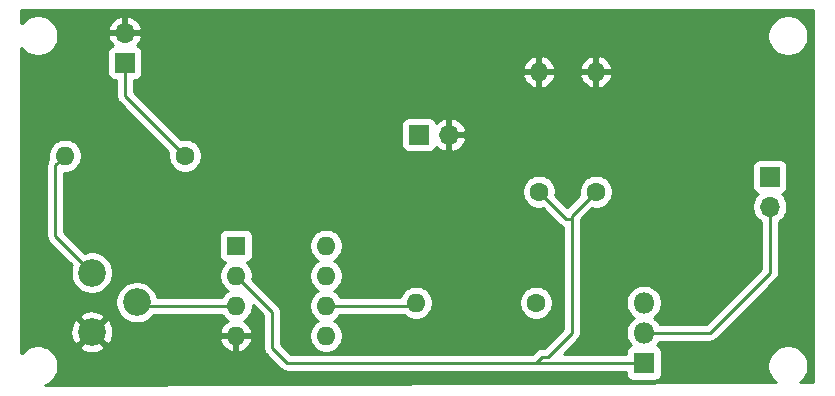
<source format=gbr>
G04 #@! TF.GenerationSoftware,KiCad,Pcbnew,5.1.5-52549c5~84~ubuntu18.04.1*
G04 #@! TF.CreationDate,2020-02-28T14:28:58+00:00*
G04 #@! TF.ProjectId,etl_driver_pcb,65746c5f-6472-4697-9665-725f7063622e,rev?*
G04 #@! TF.SameCoordinates,Original*
G04 #@! TF.FileFunction,Copper,L1,Top*
G04 #@! TF.FilePolarity,Positive*
%FSLAX46Y46*%
G04 Gerber Fmt 4.6, Leading zero omitted, Abs format (unit mm)*
G04 Created by KiCad (PCBNEW 5.1.5-52549c5~84~ubuntu18.04.1) date 2020-02-28 14:28:58*
%MOMM*%
%LPD*%
G04 APERTURE LIST*
%ADD10R,1.700000X1.700000*%
%ADD11O,1.700000X1.700000*%
%ADD12R,1.800000X1.800000*%
%ADD13O,1.800000X1.800000*%
%ADD14C,1.600000*%
%ADD15O,1.600000X1.600000*%
%ADD16C,2.340000*%
%ADD17R,1.600000X1.600000*%
%ADD18C,0.250000*%
%ADD19C,0.254000*%
G04 APERTURE END LIST*
D10*
X134112000Y-101600000D03*
D11*
X134112000Y-99060000D03*
X161544000Y-107696000D03*
D10*
X159004000Y-107696000D03*
X188722000Y-111252000D03*
D11*
X188722000Y-113792000D03*
D12*
X178054000Y-127000000D03*
D13*
X178054000Y-124460000D03*
X178054000Y-121920000D03*
D14*
X139192000Y-109474000D03*
D15*
X129032000Y-109474000D03*
X158750000Y-121920000D03*
D14*
X168910000Y-121920000D03*
X169164000Y-112522000D03*
D15*
X169164000Y-102362000D03*
X173990000Y-102362000D03*
D14*
X173990000Y-112522000D03*
D16*
X131318000Y-124380000D03*
X135118000Y-121880000D03*
X131318000Y-119380000D03*
D17*
X143510000Y-117094000D03*
D15*
X151130000Y-124714000D03*
X143510000Y-119634000D03*
X151130000Y-122174000D03*
X143510000Y-122174000D03*
X151130000Y-119634000D03*
X143510000Y-124714000D03*
X151130000Y-117094000D03*
D18*
X134112000Y-104394000D02*
X139192000Y-109474000D01*
X134112000Y-101600000D02*
X134112000Y-104394000D01*
X178054000Y-124460000D02*
X183642000Y-124460000D01*
X188722000Y-119380000D02*
X188722000Y-113792000D01*
X183642000Y-124460000D02*
X188722000Y-119380000D01*
X178054000Y-127000000D02*
X178308000Y-127000000D01*
X143510000Y-119634000D02*
X146558000Y-122682000D01*
X146558000Y-122682000D02*
X146558000Y-125730000D01*
X146558000Y-125730000D02*
X147828000Y-127000000D01*
X169926000Y-127000000D02*
X178054000Y-127000000D01*
X169926000Y-126492000D02*
X171958000Y-124460000D01*
X171958000Y-114554000D02*
X173990000Y-112522000D01*
X171450000Y-114808000D02*
X169164000Y-112522000D01*
X171958000Y-114808000D02*
X171450000Y-114808000D01*
X171958000Y-114808000D02*
X171958000Y-114554000D01*
X171958000Y-124460000D02*
X171958000Y-114808000D01*
X169926000Y-126492000D02*
X169418000Y-126492000D01*
X147828000Y-127000000D02*
X168910000Y-127000000D01*
X169418000Y-126492000D02*
X168910000Y-127000000D01*
X168910000Y-127000000D02*
X169926000Y-127000000D01*
X128232001Y-116294001D02*
X130148001Y-118210001D01*
X130148001Y-118210001D02*
X131318000Y-119380000D01*
X128232001Y-110273999D02*
X128232001Y-116294001D01*
X129032000Y-109474000D02*
X128232001Y-110273999D01*
X158496000Y-122174000D02*
X158750000Y-121920000D01*
X151130000Y-122174000D02*
X158496000Y-122174000D01*
X135412000Y-122174000D02*
X135118000Y-121880000D01*
X143510000Y-122174000D02*
X135412000Y-122174000D01*
D19*
G36*
X192405000Y-128651478D02*
G01*
X191271040Y-128655757D01*
X191351998Y-128601663D01*
X191593663Y-128359998D01*
X191783537Y-128075831D01*
X191914325Y-127760081D01*
X191981000Y-127424883D01*
X191981000Y-127083117D01*
X191914325Y-126747919D01*
X191783537Y-126432169D01*
X191593663Y-126148002D01*
X191351998Y-125906337D01*
X191067831Y-125716463D01*
X190752081Y-125585675D01*
X190416883Y-125519000D01*
X190075117Y-125519000D01*
X189739919Y-125585675D01*
X189424169Y-125716463D01*
X189140002Y-125906337D01*
X188898337Y-126148002D01*
X188708463Y-126432169D01*
X188577675Y-126747919D01*
X188511000Y-127083117D01*
X188511000Y-127424883D01*
X188577675Y-127760081D01*
X188708463Y-128075831D01*
X188898337Y-128359998D01*
X189140002Y-128601663D01*
X189232473Y-128663450D01*
X127312958Y-128897109D01*
X127567831Y-128791537D01*
X127851998Y-128601663D01*
X128093663Y-128359998D01*
X128283537Y-128075831D01*
X128414325Y-127760081D01*
X128481000Y-127424883D01*
X128481000Y-127083117D01*
X128414325Y-126747919D01*
X128283537Y-126432169D01*
X128093663Y-126148002D01*
X127851998Y-125906337D01*
X127567831Y-125716463D01*
X127375030Y-125636602D01*
X130241003Y-125636602D01*
X130357275Y-125918389D01*
X130675860Y-126076257D01*
X131019122Y-126168938D01*
X131373869Y-126192873D01*
X131726470Y-126147139D01*
X132063373Y-126033495D01*
X132278725Y-125918389D01*
X132394997Y-125636602D01*
X131318000Y-124559605D01*
X130241003Y-125636602D01*
X127375030Y-125636602D01*
X127252081Y-125585675D01*
X126916883Y-125519000D01*
X126575117Y-125519000D01*
X126239919Y-125585675D01*
X125924169Y-125716463D01*
X125640002Y-125906337D01*
X125398337Y-126148002D01*
X125349000Y-126221840D01*
X125349000Y-124435869D01*
X129505127Y-124435869D01*
X129550861Y-124788470D01*
X129664505Y-125125373D01*
X129779611Y-125340725D01*
X130061398Y-125456997D01*
X131138395Y-124380000D01*
X131497605Y-124380000D01*
X132574602Y-125456997D01*
X132856389Y-125340725D01*
X132993990Y-125063039D01*
X142118096Y-125063039D01*
X142158754Y-125197087D01*
X142278963Y-125451420D01*
X142446481Y-125677414D01*
X142654869Y-125866385D01*
X142896119Y-126011070D01*
X143160960Y-126105909D01*
X143383000Y-125984624D01*
X143383000Y-124841000D01*
X143637000Y-124841000D01*
X143637000Y-125984624D01*
X143859040Y-126105909D01*
X144123881Y-126011070D01*
X144365131Y-125866385D01*
X144573519Y-125677414D01*
X144741037Y-125451420D01*
X144861246Y-125197087D01*
X144901904Y-125063039D01*
X144779915Y-124841000D01*
X143637000Y-124841000D01*
X143383000Y-124841000D01*
X142240085Y-124841000D01*
X142118096Y-125063039D01*
X132993990Y-125063039D01*
X133014257Y-125022140D01*
X133106938Y-124678878D01*
X133130873Y-124324131D01*
X133085139Y-123971530D01*
X132971495Y-123634627D01*
X132856389Y-123419275D01*
X132574602Y-123303003D01*
X131497605Y-124380000D01*
X131138395Y-124380000D01*
X130061398Y-123303003D01*
X129779611Y-123419275D01*
X129621743Y-123737860D01*
X129529062Y-124081122D01*
X129505127Y-124435869D01*
X125349000Y-124435869D01*
X125349000Y-123123398D01*
X130241003Y-123123398D01*
X131318000Y-124200395D01*
X132394997Y-123123398D01*
X132278725Y-122841611D01*
X131960140Y-122683743D01*
X131616878Y-122591062D01*
X131262131Y-122567127D01*
X130909530Y-122612861D01*
X130572627Y-122726505D01*
X130357275Y-122841611D01*
X130241003Y-123123398D01*
X125349000Y-123123398D01*
X125349000Y-121702223D01*
X133313000Y-121702223D01*
X133313000Y-122057777D01*
X133382365Y-122406499D01*
X133518429Y-122734988D01*
X133715965Y-123030621D01*
X133967379Y-123282035D01*
X134263012Y-123479571D01*
X134591501Y-123615635D01*
X134940223Y-123685000D01*
X135295777Y-123685000D01*
X135644499Y-123615635D01*
X135972988Y-123479571D01*
X136268621Y-123282035D01*
X136520035Y-123030621D01*
X136584595Y-122934000D01*
X142291957Y-122934000D01*
X142395363Y-123088759D01*
X142595241Y-123288637D01*
X142830273Y-123445680D01*
X142840865Y-123450067D01*
X142654869Y-123561615D01*
X142446481Y-123750586D01*
X142278963Y-123976580D01*
X142158754Y-124230913D01*
X142118096Y-124364961D01*
X142240085Y-124587000D01*
X143383000Y-124587000D01*
X143383000Y-124567000D01*
X143637000Y-124567000D01*
X143637000Y-124587000D01*
X144779915Y-124587000D01*
X144901904Y-124364961D01*
X144861246Y-124230913D01*
X144741037Y-123976580D01*
X144573519Y-123750586D01*
X144365131Y-123561615D01*
X144179135Y-123450067D01*
X144189727Y-123445680D01*
X144424759Y-123288637D01*
X144624637Y-123088759D01*
X144781680Y-122853727D01*
X144889853Y-122592574D01*
X144945000Y-122315335D01*
X144945000Y-122143802D01*
X145798000Y-122996802D01*
X145798001Y-125692668D01*
X145794324Y-125730000D01*
X145808998Y-125878985D01*
X145852454Y-126022246D01*
X145923026Y-126154276D01*
X145993379Y-126240000D01*
X146018000Y-126270001D01*
X146046998Y-126293799D01*
X147264201Y-127511003D01*
X147287999Y-127540001D01*
X147403724Y-127634974D01*
X147535753Y-127705546D01*
X147679014Y-127749003D01*
X147790667Y-127760000D01*
X147790676Y-127760000D01*
X147827999Y-127763676D01*
X147865322Y-127760000D01*
X168872678Y-127760000D01*
X168910000Y-127763676D01*
X168947322Y-127760000D01*
X176515928Y-127760000D01*
X176515928Y-127900000D01*
X176528188Y-128024482D01*
X176564498Y-128144180D01*
X176623463Y-128254494D01*
X176702815Y-128351185D01*
X176799506Y-128430537D01*
X176909820Y-128489502D01*
X177029518Y-128525812D01*
X177154000Y-128538072D01*
X178954000Y-128538072D01*
X179078482Y-128525812D01*
X179198180Y-128489502D01*
X179308494Y-128430537D01*
X179405185Y-128351185D01*
X179484537Y-128254494D01*
X179543502Y-128144180D01*
X179579812Y-128024482D01*
X179592072Y-127900000D01*
X179592072Y-126100000D01*
X179579812Y-125975518D01*
X179543502Y-125855820D01*
X179484537Y-125745506D01*
X179405185Y-125648815D01*
X179308494Y-125569463D01*
X179198180Y-125510498D01*
X179179873Y-125504944D01*
X179246312Y-125438505D01*
X179392313Y-125220000D01*
X183604678Y-125220000D01*
X183642000Y-125223676D01*
X183679322Y-125220000D01*
X183679333Y-125220000D01*
X183790986Y-125209003D01*
X183934247Y-125165546D01*
X184066276Y-125094974D01*
X184182001Y-125000001D01*
X184205804Y-124970997D01*
X189233004Y-119943798D01*
X189262001Y-119920001D01*
X189288332Y-119887917D01*
X189356974Y-119804277D01*
X189427546Y-119672247D01*
X189462269Y-119557777D01*
X189471003Y-119528986D01*
X189482000Y-119417333D01*
X189482000Y-119417323D01*
X189485676Y-119380000D01*
X189482000Y-119342677D01*
X189482000Y-115070178D01*
X189668632Y-114945475D01*
X189875475Y-114738632D01*
X190037990Y-114495411D01*
X190149932Y-114225158D01*
X190207000Y-113938260D01*
X190207000Y-113645740D01*
X190149932Y-113358842D01*
X190037990Y-113088589D01*
X189875475Y-112845368D01*
X189743620Y-112713513D01*
X189816180Y-112691502D01*
X189926494Y-112632537D01*
X190023185Y-112553185D01*
X190102537Y-112456494D01*
X190161502Y-112346180D01*
X190197812Y-112226482D01*
X190210072Y-112102000D01*
X190210072Y-110402000D01*
X190197812Y-110277518D01*
X190161502Y-110157820D01*
X190102537Y-110047506D01*
X190023185Y-109950815D01*
X189926494Y-109871463D01*
X189816180Y-109812498D01*
X189696482Y-109776188D01*
X189572000Y-109763928D01*
X187872000Y-109763928D01*
X187747518Y-109776188D01*
X187627820Y-109812498D01*
X187517506Y-109871463D01*
X187420815Y-109950815D01*
X187341463Y-110047506D01*
X187282498Y-110157820D01*
X187246188Y-110277518D01*
X187233928Y-110402000D01*
X187233928Y-112102000D01*
X187246188Y-112226482D01*
X187282498Y-112346180D01*
X187341463Y-112456494D01*
X187420815Y-112553185D01*
X187517506Y-112632537D01*
X187627820Y-112691502D01*
X187700380Y-112713513D01*
X187568525Y-112845368D01*
X187406010Y-113088589D01*
X187294068Y-113358842D01*
X187237000Y-113645740D01*
X187237000Y-113938260D01*
X187294068Y-114225158D01*
X187406010Y-114495411D01*
X187568525Y-114738632D01*
X187775368Y-114945475D01*
X187962001Y-115070179D01*
X187962000Y-119065198D01*
X183327199Y-123700000D01*
X179392313Y-123700000D01*
X179246312Y-123481495D01*
X179032505Y-123267688D01*
X178916237Y-123190000D01*
X179032505Y-123112312D01*
X179246312Y-122898505D01*
X179414299Y-122647095D01*
X179530011Y-122367743D01*
X179589000Y-122071184D01*
X179589000Y-121768816D01*
X179530011Y-121472257D01*
X179414299Y-121192905D01*
X179246312Y-120941495D01*
X179032505Y-120727688D01*
X178781095Y-120559701D01*
X178501743Y-120443989D01*
X178205184Y-120385000D01*
X177902816Y-120385000D01*
X177606257Y-120443989D01*
X177326905Y-120559701D01*
X177075495Y-120727688D01*
X176861688Y-120941495D01*
X176693701Y-121192905D01*
X176577989Y-121472257D01*
X176519000Y-121768816D01*
X176519000Y-122071184D01*
X176577989Y-122367743D01*
X176693701Y-122647095D01*
X176861688Y-122898505D01*
X177075495Y-123112312D01*
X177191763Y-123190000D01*
X177075495Y-123267688D01*
X176861688Y-123481495D01*
X176693701Y-123732905D01*
X176577989Y-124012257D01*
X176519000Y-124308816D01*
X176519000Y-124611184D01*
X176577989Y-124907743D01*
X176693701Y-125187095D01*
X176861688Y-125438505D01*
X176928127Y-125504944D01*
X176909820Y-125510498D01*
X176799506Y-125569463D01*
X176702815Y-125648815D01*
X176623463Y-125745506D01*
X176564498Y-125855820D01*
X176528188Y-125975518D01*
X176515928Y-126100000D01*
X176515928Y-126240000D01*
X171252801Y-126240000D01*
X172469004Y-125023798D01*
X172498001Y-125000001D01*
X172525639Y-124966324D01*
X172592974Y-124884277D01*
X172663546Y-124752247D01*
X172663546Y-124752246D01*
X172707003Y-124608986D01*
X172718000Y-124497333D01*
X172718000Y-124497323D01*
X172721676Y-124460000D01*
X172718000Y-124422677D01*
X172718000Y-114868801D01*
X173666114Y-113920688D01*
X173848665Y-113957000D01*
X174131335Y-113957000D01*
X174408574Y-113901853D01*
X174669727Y-113793680D01*
X174904759Y-113636637D01*
X175104637Y-113436759D01*
X175261680Y-113201727D01*
X175369853Y-112940574D01*
X175425000Y-112663335D01*
X175425000Y-112380665D01*
X175369853Y-112103426D01*
X175261680Y-111842273D01*
X175104637Y-111607241D01*
X174904759Y-111407363D01*
X174669727Y-111250320D01*
X174408574Y-111142147D01*
X174131335Y-111087000D01*
X173848665Y-111087000D01*
X173571426Y-111142147D01*
X173310273Y-111250320D01*
X173075241Y-111407363D01*
X172875363Y-111607241D01*
X172718320Y-111842273D01*
X172610147Y-112103426D01*
X172555000Y-112380665D01*
X172555000Y-112663335D01*
X172591312Y-112845886D01*
X171577000Y-113860199D01*
X170562688Y-112845886D01*
X170599000Y-112663335D01*
X170599000Y-112380665D01*
X170543853Y-112103426D01*
X170435680Y-111842273D01*
X170278637Y-111607241D01*
X170078759Y-111407363D01*
X169843727Y-111250320D01*
X169582574Y-111142147D01*
X169305335Y-111087000D01*
X169022665Y-111087000D01*
X168745426Y-111142147D01*
X168484273Y-111250320D01*
X168249241Y-111407363D01*
X168049363Y-111607241D01*
X167892320Y-111842273D01*
X167784147Y-112103426D01*
X167729000Y-112380665D01*
X167729000Y-112663335D01*
X167784147Y-112940574D01*
X167892320Y-113201727D01*
X168049363Y-113436759D01*
X168249241Y-113636637D01*
X168484273Y-113793680D01*
X168745426Y-113901853D01*
X169022665Y-113957000D01*
X169305335Y-113957000D01*
X169487886Y-113920688D01*
X170886201Y-115319003D01*
X170909999Y-115348001D01*
X171025724Y-115442974D01*
X171157753Y-115513546D01*
X171198001Y-115525755D01*
X171198000Y-124145198D01*
X169611199Y-125732000D01*
X169455322Y-125732000D01*
X169417999Y-125728324D01*
X169380676Y-125732000D01*
X169380667Y-125732000D01*
X169269014Y-125742997D01*
X169125753Y-125786454D01*
X168993724Y-125857026D01*
X168877999Y-125951999D01*
X168854200Y-125980998D01*
X168595199Y-126240000D01*
X148142802Y-126240000D01*
X147318000Y-125415199D01*
X147318000Y-122719323D01*
X147321676Y-122682000D01*
X147318000Y-122644677D01*
X147318000Y-122644667D01*
X147307003Y-122533014D01*
X147263546Y-122389753D01*
X147227858Y-122322986D01*
X147192974Y-122257723D01*
X147121799Y-122170997D01*
X147098001Y-122141999D01*
X147069004Y-122118202D01*
X144908688Y-119957886D01*
X144945000Y-119775335D01*
X144945000Y-119492665D01*
X144889853Y-119215426D01*
X144781680Y-118954273D01*
X144624637Y-118719241D01*
X144426039Y-118520643D01*
X144434482Y-118519812D01*
X144554180Y-118483502D01*
X144664494Y-118424537D01*
X144761185Y-118345185D01*
X144840537Y-118248494D01*
X144899502Y-118138180D01*
X144935812Y-118018482D01*
X144948072Y-117894000D01*
X144948072Y-116952665D01*
X149695000Y-116952665D01*
X149695000Y-117235335D01*
X149750147Y-117512574D01*
X149858320Y-117773727D01*
X150015363Y-118008759D01*
X150215241Y-118208637D01*
X150447759Y-118364000D01*
X150215241Y-118519363D01*
X150015363Y-118719241D01*
X149858320Y-118954273D01*
X149750147Y-119215426D01*
X149695000Y-119492665D01*
X149695000Y-119775335D01*
X149750147Y-120052574D01*
X149858320Y-120313727D01*
X150015363Y-120548759D01*
X150215241Y-120748637D01*
X150447759Y-120904000D01*
X150215241Y-121059363D01*
X150015363Y-121259241D01*
X149858320Y-121494273D01*
X149750147Y-121755426D01*
X149695000Y-122032665D01*
X149695000Y-122315335D01*
X149750147Y-122592574D01*
X149858320Y-122853727D01*
X150015363Y-123088759D01*
X150215241Y-123288637D01*
X150447759Y-123444000D01*
X150215241Y-123599363D01*
X150015363Y-123799241D01*
X149858320Y-124034273D01*
X149750147Y-124295426D01*
X149695000Y-124572665D01*
X149695000Y-124855335D01*
X149750147Y-125132574D01*
X149858320Y-125393727D01*
X150015363Y-125628759D01*
X150215241Y-125828637D01*
X150450273Y-125985680D01*
X150711426Y-126093853D01*
X150988665Y-126149000D01*
X151271335Y-126149000D01*
X151548574Y-126093853D01*
X151809727Y-125985680D01*
X152044759Y-125828637D01*
X152244637Y-125628759D01*
X152401680Y-125393727D01*
X152509853Y-125132574D01*
X152565000Y-124855335D01*
X152565000Y-124572665D01*
X152509853Y-124295426D01*
X152401680Y-124034273D01*
X152244637Y-123799241D01*
X152044759Y-123599363D01*
X151812241Y-123444000D01*
X152044759Y-123288637D01*
X152244637Y-123088759D01*
X152348043Y-122934000D01*
X157734604Y-122934000D01*
X157835241Y-123034637D01*
X158070273Y-123191680D01*
X158331426Y-123299853D01*
X158608665Y-123355000D01*
X158891335Y-123355000D01*
X159168574Y-123299853D01*
X159429727Y-123191680D01*
X159664759Y-123034637D01*
X159864637Y-122834759D01*
X160021680Y-122599727D01*
X160129853Y-122338574D01*
X160185000Y-122061335D01*
X160185000Y-121778665D01*
X167475000Y-121778665D01*
X167475000Y-122061335D01*
X167530147Y-122338574D01*
X167638320Y-122599727D01*
X167795363Y-122834759D01*
X167995241Y-123034637D01*
X168230273Y-123191680D01*
X168491426Y-123299853D01*
X168768665Y-123355000D01*
X169051335Y-123355000D01*
X169328574Y-123299853D01*
X169589727Y-123191680D01*
X169824759Y-123034637D01*
X170024637Y-122834759D01*
X170181680Y-122599727D01*
X170289853Y-122338574D01*
X170345000Y-122061335D01*
X170345000Y-121778665D01*
X170289853Y-121501426D01*
X170181680Y-121240273D01*
X170024637Y-121005241D01*
X169824759Y-120805363D01*
X169589727Y-120648320D01*
X169328574Y-120540147D01*
X169051335Y-120485000D01*
X168768665Y-120485000D01*
X168491426Y-120540147D01*
X168230273Y-120648320D01*
X167995241Y-120805363D01*
X167795363Y-121005241D01*
X167638320Y-121240273D01*
X167530147Y-121501426D01*
X167475000Y-121778665D01*
X160185000Y-121778665D01*
X160129853Y-121501426D01*
X160021680Y-121240273D01*
X159864637Y-121005241D01*
X159664759Y-120805363D01*
X159429727Y-120648320D01*
X159168574Y-120540147D01*
X158891335Y-120485000D01*
X158608665Y-120485000D01*
X158331426Y-120540147D01*
X158070273Y-120648320D01*
X157835241Y-120805363D01*
X157635363Y-121005241D01*
X157478320Y-121240273D01*
X157406360Y-121414000D01*
X152348043Y-121414000D01*
X152244637Y-121259241D01*
X152044759Y-121059363D01*
X151812241Y-120904000D01*
X152044759Y-120748637D01*
X152244637Y-120548759D01*
X152401680Y-120313727D01*
X152509853Y-120052574D01*
X152565000Y-119775335D01*
X152565000Y-119492665D01*
X152509853Y-119215426D01*
X152401680Y-118954273D01*
X152244637Y-118719241D01*
X152044759Y-118519363D01*
X151812241Y-118364000D01*
X152044759Y-118208637D01*
X152244637Y-118008759D01*
X152401680Y-117773727D01*
X152509853Y-117512574D01*
X152565000Y-117235335D01*
X152565000Y-116952665D01*
X152509853Y-116675426D01*
X152401680Y-116414273D01*
X152244637Y-116179241D01*
X152044759Y-115979363D01*
X151809727Y-115822320D01*
X151548574Y-115714147D01*
X151271335Y-115659000D01*
X150988665Y-115659000D01*
X150711426Y-115714147D01*
X150450273Y-115822320D01*
X150215241Y-115979363D01*
X150015363Y-116179241D01*
X149858320Y-116414273D01*
X149750147Y-116675426D01*
X149695000Y-116952665D01*
X144948072Y-116952665D01*
X144948072Y-116294000D01*
X144935812Y-116169518D01*
X144899502Y-116049820D01*
X144840537Y-115939506D01*
X144761185Y-115842815D01*
X144664494Y-115763463D01*
X144554180Y-115704498D01*
X144434482Y-115668188D01*
X144310000Y-115655928D01*
X142710000Y-115655928D01*
X142585518Y-115668188D01*
X142465820Y-115704498D01*
X142355506Y-115763463D01*
X142258815Y-115842815D01*
X142179463Y-115939506D01*
X142120498Y-116049820D01*
X142084188Y-116169518D01*
X142071928Y-116294000D01*
X142071928Y-117894000D01*
X142084188Y-118018482D01*
X142120498Y-118138180D01*
X142179463Y-118248494D01*
X142258815Y-118345185D01*
X142355506Y-118424537D01*
X142465820Y-118483502D01*
X142585518Y-118519812D01*
X142593961Y-118520643D01*
X142395363Y-118719241D01*
X142238320Y-118954273D01*
X142130147Y-119215426D01*
X142075000Y-119492665D01*
X142075000Y-119775335D01*
X142130147Y-120052574D01*
X142238320Y-120313727D01*
X142395363Y-120548759D01*
X142595241Y-120748637D01*
X142827759Y-120904000D01*
X142595241Y-121059363D01*
X142395363Y-121259241D01*
X142291957Y-121414000D01*
X136865669Y-121414000D01*
X136853635Y-121353501D01*
X136717571Y-121025012D01*
X136520035Y-120729379D01*
X136268621Y-120477965D01*
X135972988Y-120280429D01*
X135644499Y-120144365D01*
X135295777Y-120075000D01*
X134940223Y-120075000D01*
X134591501Y-120144365D01*
X134263012Y-120280429D01*
X133967379Y-120477965D01*
X133715965Y-120729379D01*
X133518429Y-121025012D01*
X133382365Y-121353501D01*
X133313000Y-121702223D01*
X125349000Y-121702223D01*
X125349000Y-110273999D01*
X127468325Y-110273999D01*
X127472001Y-110311322D01*
X127472002Y-116256669D01*
X127468325Y-116294001D01*
X127482999Y-116442986D01*
X127526455Y-116586247D01*
X127597027Y-116718277D01*
X127668202Y-116805003D01*
X127692001Y-116834002D01*
X127720999Y-116857800D01*
X129621710Y-118758512D01*
X129582365Y-118853501D01*
X129513000Y-119202223D01*
X129513000Y-119557777D01*
X129582365Y-119906499D01*
X129718429Y-120234988D01*
X129915965Y-120530621D01*
X130167379Y-120782035D01*
X130463012Y-120979571D01*
X130791501Y-121115635D01*
X131140223Y-121185000D01*
X131495777Y-121185000D01*
X131844499Y-121115635D01*
X132172988Y-120979571D01*
X132468621Y-120782035D01*
X132720035Y-120530621D01*
X132917571Y-120234988D01*
X133053635Y-119906499D01*
X133123000Y-119557777D01*
X133123000Y-119202223D01*
X133053635Y-118853501D01*
X132917571Y-118525012D01*
X132720035Y-118229379D01*
X132468621Y-117977965D01*
X132172988Y-117780429D01*
X131844499Y-117644365D01*
X131495777Y-117575000D01*
X131140223Y-117575000D01*
X130791501Y-117644365D01*
X130696512Y-117683710D01*
X128992001Y-115979200D01*
X128992001Y-110909000D01*
X129173335Y-110909000D01*
X129450574Y-110853853D01*
X129711727Y-110745680D01*
X129946759Y-110588637D01*
X130146637Y-110388759D01*
X130303680Y-110153727D01*
X130411853Y-109892574D01*
X130467000Y-109615335D01*
X130467000Y-109332665D01*
X130411853Y-109055426D01*
X130303680Y-108794273D01*
X130146637Y-108559241D01*
X129946759Y-108359363D01*
X129711727Y-108202320D01*
X129450574Y-108094147D01*
X129173335Y-108039000D01*
X128890665Y-108039000D01*
X128613426Y-108094147D01*
X128352273Y-108202320D01*
X128117241Y-108359363D01*
X127917363Y-108559241D01*
X127760320Y-108794273D01*
X127652147Y-109055426D01*
X127597000Y-109332665D01*
X127597000Y-109615335D01*
X127634533Y-109804023D01*
X127597027Y-109849723D01*
X127542992Y-109950815D01*
X127526455Y-109981753D01*
X127482998Y-110125014D01*
X127472001Y-110236667D01*
X127472001Y-110236677D01*
X127468325Y-110273999D01*
X125349000Y-110273999D01*
X125349000Y-100346160D01*
X125398337Y-100419998D01*
X125640002Y-100661663D01*
X125924169Y-100851537D01*
X126239919Y-100982325D01*
X126575117Y-101049000D01*
X126916883Y-101049000D01*
X127252081Y-100982325D01*
X127567831Y-100851537D01*
X127719792Y-100750000D01*
X132623928Y-100750000D01*
X132623928Y-102450000D01*
X132636188Y-102574482D01*
X132672498Y-102694180D01*
X132731463Y-102804494D01*
X132810815Y-102901185D01*
X132907506Y-102980537D01*
X133017820Y-103039502D01*
X133137518Y-103075812D01*
X133262000Y-103088072D01*
X133352001Y-103088072D01*
X133352001Y-104356668D01*
X133348324Y-104394000D01*
X133362998Y-104542985D01*
X133406454Y-104686246D01*
X133477026Y-104818276D01*
X133548201Y-104905002D01*
X133572000Y-104934001D01*
X133600998Y-104957799D01*
X137793312Y-109150114D01*
X137757000Y-109332665D01*
X137757000Y-109615335D01*
X137812147Y-109892574D01*
X137920320Y-110153727D01*
X138077363Y-110388759D01*
X138277241Y-110588637D01*
X138512273Y-110745680D01*
X138773426Y-110853853D01*
X139050665Y-110909000D01*
X139333335Y-110909000D01*
X139610574Y-110853853D01*
X139871727Y-110745680D01*
X140106759Y-110588637D01*
X140306637Y-110388759D01*
X140463680Y-110153727D01*
X140571853Y-109892574D01*
X140627000Y-109615335D01*
X140627000Y-109332665D01*
X140571853Y-109055426D01*
X140463680Y-108794273D01*
X140306637Y-108559241D01*
X140106759Y-108359363D01*
X139871727Y-108202320D01*
X139610574Y-108094147D01*
X139333335Y-108039000D01*
X139050665Y-108039000D01*
X138868114Y-108075312D01*
X137638802Y-106846000D01*
X157515928Y-106846000D01*
X157515928Y-108546000D01*
X157528188Y-108670482D01*
X157564498Y-108790180D01*
X157623463Y-108900494D01*
X157702815Y-108997185D01*
X157799506Y-109076537D01*
X157909820Y-109135502D01*
X158029518Y-109171812D01*
X158154000Y-109184072D01*
X159854000Y-109184072D01*
X159978482Y-109171812D01*
X160098180Y-109135502D01*
X160208494Y-109076537D01*
X160305185Y-108997185D01*
X160384537Y-108900494D01*
X160443502Y-108790180D01*
X160467966Y-108709534D01*
X160543731Y-108793588D01*
X160777080Y-108967641D01*
X161039901Y-109092825D01*
X161187110Y-109137476D01*
X161417000Y-109016155D01*
X161417000Y-107823000D01*
X161671000Y-107823000D01*
X161671000Y-109016155D01*
X161900890Y-109137476D01*
X162048099Y-109092825D01*
X162310920Y-108967641D01*
X162544269Y-108793588D01*
X162739178Y-108577355D01*
X162888157Y-108327252D01*
X162985481Y-108052891D01*
X162864814Y-107823000D01*
X161671000Y-107823000D01*
X161417000Y-107823000D01*
X161397000Y-107823000D01*
X161397000Y-107569000D01*
X161417000Y-107569000D01*
X161417000Y-106375845D01*
X161671000Y-106375845D01*
X161671000Y-107569000D01*
X162864814Y-107569000D01*
X162985481Y-107339109D01*
X162888157Y-107064748D01*
X162739178Y-106814645D01*
X162544269Y-106598412D01*
X162310920Y-106424359D01*
X162048099Y-106299175D01*
X161900890Y-106254524D01*
X161671000Y-106375845D01*
X161417000Y-106375845D01*
X161187110Y-106254524D01*
X161039901Y-106299175D01*
X160777080Y-106424359D01*
X160543731Y-106598412D01*
X160467966Y-106682466D01*
X160443502Y-106601820D01*
X160384537Y-106491506D01*
X160305185Y-106394815D01*
X160208494Y-106315463D01*
X160098180Y-106256498D01*
X159978482Y-106220188D01*
X159854000Y-106207928D01*
X158154000Y-106207928D01*
X158029518Y-106220188D01*
X157909820Y-106256498D01*
X157799506Y-106315463D01*
X157702815Y-106394815D01*
X157623463Y-106491506D01*
X157564498Y-106601820D01*
X157528188Y-106721518D01*
X157515928Y-106846000D01*
X137638802Y-106846000D01*
X134872000Y-104079199D01*
X134872000Y-103088072D01*
X134962000Y-103088072D01*
X135086482Y-103075812D01*
X135206180Y-103039502D01*
X135316494Y-102980537D01*
X135413185Y-102901185D01*
X135492537Y-102804494D01*
X135542489Y-102711040D01*
X167772091Y-102711040D01*
X167866930Y-102975881D01*
X168011615Y-103217131D01*
X168200586Y-103425519D01*
X168426580Y-103593037D01*
X168680913Y-103713246D01*
X168814961Y-103753904D01*
X169037000Y-103631915D01*
X169037000Y-102489000D01*
X169291000Y-102489000D01*
X169291000Y-103631915D01*
X169513039Y-103753904D01*
X169647087Y-103713246D01*
X169901420Y-103593037D01*
X170127414Y-103425519D01*
X170316385Y-103217131D01*
X170461070Y-102975881D01*
X170555909Y-102711040D01*
X172598091Y-102711040D01*
X172692930Y-102975881D01*
X172837615Y-103217131D01*
X173026586Y-103425519D01*
X173252580Y-103593037D01*
X173506913Y-103713246D01*
X173640961Y-103753904D01*
X173863000Y-103631915D01*
X173863000Y-102489000D01*
X174117000Y-102489000D01*
X174117000Y-103631915D01*
X174339039Y-103753904D01*
X174473087Y-103713246D01*
X174727420Y-103593037D01*
X174953414Y-103425519D01*
X175142385Y-103217131D01*
X175287070Y-102975881D01*
X175381909Y-102711040D01*
X175260624Y-102489000D01*
X174117000Y-102489000D01*
X173863000Y-102489000D01*
X172719376Y-102489000D01*
X172598091Y-102711040D01*
X170555909Y-102711040D01*
X170434624Y-102489000D01*
X169291000Y-102489000D01*
X169037000Y-102489000D01*
X167893376Y-102489000D01*
X167772091Y-102711040D01*
X135542489Y-102711040D01*
X135551502Y-102694180D01*
X135587812Y-102574482D01*
X135600072Y-102450000D01*
X135600072Y-102012960D01*
X167772091Y-102012960D01*
X167893376Y-102235000D01*
X169037000Y-102235000D01*
X169037000Y-101092085D01*
X169291000Y-101092085D01*
X169291000Y-102235000D01*
X170434624Y-102235000D01*
X170555909Y-102012960D01*
X172598091Y-102012960D01*
X172719376Y-102235000D01*
X173863000Y-102235000D01*
X173863000Y-101092085D01*
X174117000Y-101092085D01*
X174117000Y-102235000D01*
X175260624Y-102235000D01*
X175381909Y-102012960D01*
X175287070Y-101748119D01*
X175142385Y-101506869D01*
X174953414Y-101298481D01*
X174727420Y-101130963D01*
X174473087Y-101010754D01*
X174339039Y-100970096D01*
X174117000Y-101092085D01*
X173863000Y-101092085D01*
X173640961Y-100970096D01*
X173506913Y-101010754D01*
X173252580Y-101130963D01*
X173026586Y-101298481D01*
X172837615Y-101506869D01*
X172692930Y-101748119D01*
X172598091Y-102012960D01*
X170555909Y-102012960D01*
X170461070Y-101748119D01*
X170316385Y-101506869D01*
X170127414Y-101298481D01*
X169901420Y-101130963D01*
X169647087Y-101010754D01*
X169513039Y-100970096D01*
X169291000Y-101092085D01*
X169037000Y-101092085D01*
X168814961Y-100970096D01*
X168680913Y-101010754D01*
X168426580Y-101130963D01*
X168200586Y-101298481D01*
X168011615Y-101506869D01*
X167866930Y-101748119D01*
X167772091Y-102012960D01*
X135600072Y-102012960D01*
X135600072Y-100750000D01*
X135587812Y-100625518D01*
X135551502Y-100505820D01*
X135492537Y-100395506D01*
X135413185Y-100298815D01*
X135316494Y-100219463D01*
X135206180Y-100160498D01*
X135125534Y-100136034D01*
X135209588Y-100060269D01*
X135383641Y-99826920D01*
X135508825Y-99564099D01*
X135553476Y-99416890D01*
X135432155Y-99187000D01*
X134239000Y-99187000D01*
X134239000Y-99207000D01*
X133985000Y-99207000D01*
X133985000Y-99187000D01*
X132791845Y-99187000D01*
X132670524Y-99416890D01*
X132715175Y-99564099D01*
X132840359Y-99826920D01*
X133014412Y-100060269D01*
X133098466Y-100136034D01*
X133017820Y-100160498D01*
X132907506Y-100219463D01*
X132810815Y-100298815D01*
X132731463Y-100395506D01*
X132672498Y-100505820D01*
X132636188Y-100625518D01*
X132623928Y-100750000D01*
X127719792Y-100750000D01*
X127851998Y-100661663D01*
X128093663Y-100419998D01*
X128283537Y-100135831D01*
X128414325Y-99820081D01*
X128481000Y-99484883D01*
X128481000Y-99143117D01*
X188511000Y-99143117D01*
X188511000Y-99484883D01*
X188577675Y-99820081D01*
X188708463Y-100135831D01*
X188898337Y-100419998D01*
X189140002Y-100661663D01*
X189424169Y-100851537D01*
X189739919Y-100982325D01*
X190075117Y-101049000D01*
X190416883Y-101049000D01*
X190752081Y-100982325D01*
X191067831Y-100851537D01*
X191351998Y-100661663D01*
X191593663Y-100419998D01*
X191783537Y-100135831D01*
X191914325Y-99820081D01*
X191981000Y-99484883D01*
X191981000Y-99143117D01*
X191914325Y-98807919D01*
X191783537Y-98492169D01*
X191593663Y-98208002D01*
X191351998Y-97966337D01*
X191067831Y-97776463D01*
X190752081Y-97645675D01*
X190416883Y-97579000D01*
X190075117Y-97579000D01*
X189739919Y-97645675D01*
X189424169Y-97776463D01*
X189140002Y-97966337D01*
X188898337Y-98208002D01*
X188708463Y-98492169D01*
X188577675Y-98807919D01*
X188511000Y-99143117D01*
X128481000Y-99143117D01*
X128414325Y-98807919D01*
X128370912Y-98703110D01*
X132670524Y-98703110D01*
X132791845Y-98933000D01*
X133985000Y-98933000D01*
X133985000Y-97739186D01*
X134239000Y-97739186D01*
X134239000Y-98933000D01*
X135432155Y-98933000D01*
X135553476Y-98703110D01*
X135508825Y-98555901D01*
X135383641Y-98293080D01*
X135209588Y-98059731D01*
X134993355Y-97864822D01*
X134743252Y-97715843D01*
X134468891Y-97618519D01*
X134239000Y-97739186D01*
X133985000Y-97739186D01*
X133755109Y-97618519D01*
X133480748Y-97715843D01*
X133230645Y-97864822D01*
X133014412Y-98059731D01*
X132840359Y-98293080D01*
X132715175Y-98555901D01*
X132670524Y-98703110D01*
X128370912Y-98703110D01*
X128283537Y-98492169D01*
X128093663Y-98208002D01*
X127851998Y-97966337D01*
X127567831Y-97776463D01*
X127252081Y-97645675D01*
X126916883Y-97579000D01*
X126575117Y-97579000D01*
X126239919Y-97645675D01*
X125924169Y-97776463D01*
X125640002Y-97966337D01*
X125398337Y-98208002D01*
X125349000Y-98281840D01*
X125349000Y-97180000D01*
X192405000Y-97180000D01*
X192405000Y-128651478D01*
G37*
X192405000Y-128651478D02*
X191271040Y-128655757D01*
X191351998Y-128601663D01*
X191593663Y-128359998D01*
X191783537Y-128075831D01*
X191914325Y-127760081D01*
X191981000Y-127424883D01*
X191981000Y-127083117D01*
X191914325Y-126747919D01*
X191783537Y-126432169D01*
X191593663Y-126148002D01*
X191351998Y-125906337D01*
X191067831Y-125716463D01*
X190752081Y-125585675D01*
X190416883Y-125519000D01*
X190075117Y-125519000D01*
X189739919Y-125585675D01*
X189424169Y-125716463D01*
X189140002Y-125906337D01*
X188898337Y-126148002D01*
X188708463Y-126432169D01*
X188577675Y-126747919D01*
X188511000Y-127083117D01*
X188511000Y-127424883D01*
X188577675Y-127760081D01*
X188708463Y-128075831D01*
X188898337Y-128359998D01*
X189140002Y-128601663D01*
X189232473Y-128663450D01*
X127312958Y-128897109D01*
X127567831Y-128791537D01*
X127851998Y-128601663D01*
X128093663Y-128359998D01*
X128283537Y-128075831D01*
X128414325Y-127760081D01*
X128481000Y-127424883D01*
X128481000Y-127083117D01*
X128414325Y-126747919D01*
X128283537Y-126432169D01*
X128093663Y-126148002D01*
X127851998Y-125906337D01*
X127567831Y-125716463D01*
X127375030Y-125636602D01*
X130241003Y-125636602D01*
X130357275Y-125918389D01*
X130675860Y-126076257D01*
X131019122Y-126168938D01*
X131373869Y-126192873D01*
X131726470Y-126147139D01*
X132063373Y-126033495D01*
X132278725Y-125918389D01*
X132394997Y-125636602D01*
X131318000Y-124559605D01*
X130241003Y-125636602D01*
X127375030Y-125636602D01*
X127252081Y-125585675D01*
X126916883Y-125519000D01*
X126575117Y-125519000D01*
X126239919Y-125585675D01*
X125924169Y-125716463D01*
X125640002Y-125906337D01*
X125398337Y-126148002D01*
X125349000Y-126221840D01*
X125349000Y-124435869D01*
X129505127Y-124435869D01*
X129550861Y-124788470D01*
X129664505Y-125125373D01*
X129779611Y-125340725D01*
X130061398Y-125456997D01*
X131138395Y-124380000D01*
X131497605Y-124380000D01*
X132574602Y-125456997D01*
X132856389Y-125340725D01*
X132993990Y-125063039D01*
X142118096Y-125063039D01*
X142158754Y-125197087D01*
X142278963Y-125451420D01*
X142446481Y-125677414D01*
X142654869Y-125866385D01*
X142896119Y-126011070D01*
X143160960Y-126105909D01*
X143383000Y-125984624D01*
X143383000Y-124841000D01*
X143637000Y-124841000D01*
X143637000Y-125984624D01*
X143859040Y-126105909D01*
X144123881Y-126011070D01*
X144365131Y-125866385D01*
X144573519Y-125677414D01*
X144741037Y-125451420D01*
X144861246Y-125197087D01*
X144901904Y-125063039D01*
X144779915Y-124841000D01*
X143637000Y-124841000D01*
X143383000Y-124841000D01*
X142240085Y-124841000D01*
X142118096Y-125063039D01*
X132993990Y-125063039D01*
X133014257Y-125022140D01*
X133106938Y-124678878D01*
X133130873Y-124324131D01*
X133085139Y-123971530D01*
X132971495Y-123634627D01*
X132856389Y-123419275D01*
X132574602Y-123303003D01*
X131497605Y-124380000D01*
X131138395Y-124380000D01*
X130061398Y-123303003D01*
X129779611Y-123419275D01*
X129621743Y-123737860D01*
X129529062Y-124081122D01*
X129505127Y-124435869D01*
X125349000Y-124435869D01*
X125349000Y-123123398D01*
X130241003Y-123123398D01*
X131318000Y-124200395D01*
X132394997Y-123123398D01*
X132278725Y-122841611D01*
X131960140Y-122683743D01*
X131616878Y-122591062D01*
X131262131Y-122567127D01*
X130909530Y-122612861D01*
X130572627Y-122726505D01*
X130357275Y-122841611D01*
X130241003Y-123123398D01*
X125349000Y-123123398D01*
X125349000Y-121702223D01*
X133313000Y-121702223D01*
X133313000Y-122057777D01*
X133382365Y-122406499D01*
X133518429Y-122734988D01*
X133715965Y-123030621D01*
X133967379Y-123282035D01*
X134263012Y-123479571D01*
X134591501Y-123615635D01*
X134940223Y-123685000D01*
X135295777Y-123685000D01*
X135644499Y-123615635D01*
X135972988Y-123479571D01*
X136268621Y-123282035D01*
X136520035Y-123030621D01*
X136584595Y-122934000D01*
X142291957Y-122934000D01*
X142395363Y-123088759D01*
X142595241Y-123288637D01*
X142830273Y-123445680D01*
X142840865Y-123450067D01*
X142654869Y-123561615D01*
X142446481Y-123750586D01*
X142278963Y-123976580D01*
X142158754Y-124230913D01*
X142118096Y-124364961D01*
X142240085Y-124587000D01*
X143383000Y-124587000D01*
X143383000Y-124567000D01*
X143637000Y-124567000D01*
X143637000Y-124587000D01*
X144779915Y-124587000D01*
X144901904Y-124364961D01*
X144861246Y-124230913D01*
X144741037Y-123976580D01*
X144573519Y-123750586D01*
X144365131Y-123561615D01*
X144179135Y-123450067D01*
X144189727Y-123445680D01*
X144424759Y-123288637D01*
X144624637Y-123088759D01*
X144781680Y-122853727D01*
X144889853Y-122592574D01*
X144945000Y-122315335D01*
X144945000Y-122143802D01*
X145798000Y-122996802D01*
X145798001Y-125692668D01*
X145794324Y-125730000D01*
X145808998Y-125878985D01*
X145852454Y-126022246D01*
X145923026Y-126154276D01*
X145993379Y-126240000D01*
X146018000Y-126270001D01*
X146046998Y-126293799D01*
X147264201Y-127511003D01*
X147287999Y-127540001D01*
X147403724Y-127634974D01*
X147535753Y-127705546D01*
X147679014Y-127749003D01*
X147790667Y-127760000D01*
X147790676Y-127760000D01*
X147827999Y-127763676D01*
X147865322Y-127760000D01*
X168872678Y-127760000D01*
X168910000Y-127763676D01*
X168947322Y-127760000D01*
X176515928Y-127760000D01*
X176515928Y-127900000D01*
X176528188Y-128024482D01*
X176564498Y-128144180D01*
X176623463Y-128254494D01*
X176702815Y-128351185D01*
X176799506Y-128430537D01*
X176909820Y-128489502D01*
X177029518Y-128525812D01*
X177154000Y-128538072D01*
X178954000Y-128538072D01*
X179078482Y-128525812D01*
X179198180Y-128489502D01*
X179308494Y-128430537D01*
X179405185Y-128351185D01*
X179484537Y-128254494D01*
X179543502Y-128144180D01*
X179579812Y-128024482D01*
X179592072Y-127900000D01*
X179592072Y-126100000D01*
X179579812Y-125975518D01*
X179543502Y-125855820D01*
X179484537Y-125745506D01*
X179405185Y-125648815D01*
X179308494Y-125569463D01*
X179198180Y-125510498D01*
X179179873Y-125504944D01*
X179246312Y-125438505D01*
X179392313Y-125220000D01*
X183604678Y-125220000D01*
X183642000Y-125223676D01*
X183679322Y-125220000D01*
X183679333Y-125220000D01*
X183790986Y-125209003D01*
X183934247Y-125165546D01*
X184066276Y-125094974D01*
X184182001Y-125000001D01*
X184205804Y-124970997D01*
X189233004Y-119943798D01*
X189262001Y-119920001D01*
X189288332Y-119887917D01*
X189356974Y-119804277D01*
X189427546Y-119672247D01*
X189462269Y-119557777D01*
X189471003Y-119528986D01*
X189482000Y-119417333D01*
X189482000Y-119417323D01*
X189485676Y-119380000D01*
X189482000Y-119342677D01*
X189482000Y-115070178D01*
X189668632Y-114945475D01*
X189875475Y-114738632D01*
X190037990Y-114495411D01*
X190149932Y-114225158D01*
X190207000Y-113938260D01*
X190207000Y-113645740D01*
X190149932Y-113358842D01*
X190037990Y-113088589D01*
X189875475Y-112845368D01*
X189743620Y-112713513D01*
X189816180Y-112691502D01*
X189926494Y-112632537D01*
X190023185Y-112553185D01*
X190102537Y-112456494D01*
X190161502Y-112346180D01*
X190197812Y-112226482D01*
X190210072Y-112102000D01*
X190210072Y-110402000D01*
X190197812Y-110277518D01*
X190161502Y-110157820D01*
X190102537Y-110047506D01*
X190023185Y-109950815D01*
X189926494Y-109871463D01*
X189816180Y-109812498D01*
X189696482Y-109776188D01*
X189572000Y-109763928D01*
X187872000Y-109763928D01*
X187747518Y-109776188D01*
X187627820Y-109812498D01*
X187517506Y-109871463D01*
X187420815Y-109950815D01*
X187341463Y-110047506D01*
X187282498Y-110157820D01*
X187246188Y-110277518D01*
X187233928Y-110402000D01*
X187233928Y-112102000D01*
X187246188Y-112226482D01*
X187282498Y-112346180D01*
X187341463Y-112456494D01*
X187420815Y-112553185D01*
X187517506Y-112632537D01*
X187627820Y-112691502D01*
X187700380Y-112713513D01*
X187568525Y-112845368D01*
X187406010Y-113088589D01*
X187294068Y-113358842D01*
X187237000Y-113645740D01*
X187237000Y-113938260D01*
X187294068Y-114225158D01*
X187406010Y-114495411D01*
X187568525Y-114738632D01*
X187775368Y-114945475D01*
X187962001Y-115070179D01*
X187962000Y-119065198D01*
X183327199Y-123700000D01*
X179392313Y-123700000D01*
X179246312Y-123481495D01*
X179032505Y-123267688D01*
X178916237Y-123190000D01*
X179032505Y-123112312D01*
X179246312Y-122898505D01*
X179414299Y-122647095D01*
X179530011Y-122367743D01*
X179589000Y-122071184D01*
X179589000Y-121768816D01*
X179530011Y-121472257D01*
X179414299Y-121192905D01*
X179246312Y-120941495D01*
X179032505Y-120727688D01*
X178781095Y-120559701D01*
X178501743Y-120443989D01*
X178205184Y-120385000D01*
X177902816Y-120385000D01*
X177606257Y-120443989D01*
X177326905Y-120559701D01*
X177075495Y-120727688D01*
X176861688Y-120941495D01*
X176693701Y-121192905D01*
X176577989Y-121472257D01*
X176519000Y-121768816D01*
X176519000Y-122071184D01*
X176577989Y-122367743D01*
X176693701Y-122647095D01*
X176861688Y-122898505D01*
X177075495Y-123112312D01*
X177191763Y-123190000D01*
X177075495Y-123267688D01*
X176861688Y-123481495D01*
X176693701Y-123732905D01*
X176577989Y-124012257D01*
X176519000Y-124308816D01*
X176519000Y-124611184D01*
X176577989Y-124907743D01*
X176693701Y-125187095D01*
X176861688Y-125438505D01*
X176928127Y-125504944D01*
X176909820Y-125510498D01*
X176799506Y-125569463D01*
X176702815Y-125648815D01*
X176623463Y-125745506D01*
X176564498Y-125855820D01*
X176528188Y-125975518D01*
X176515928Y-126100000D01*
X176515928Y-126240000D01*
X171252801Y-126240000D01*
X172469004Y-125023798D01*
X172498001Y-125000001D01*
X172525639Y-124966324D01*
X172592974Y-124884277D01*
X172663546Y-124752247D01*
X172663546Y-124752246D01*
X172707003Y-124608986D01*
X172718000Y-124497333D01*
X172718000Y-124497323D01*
X172721676Y-124460000D01*
X172718000Y-124422677D01*
X172718000Y-114868801D01*
X173666114Y-113920688D01*
X173848665Y-113957000D01*
X174131335Y-113957000D01*
X174408574Y-113901853D01*
X174669727Y-113793680D01*
X174904759Y-113636637D01*
X175104637Y-113436759D01*
X175261680Y-113201727D01*
X175369853Y-112940574D01*
X175425000Y-112663335D01*
X175425000Y-112380665D01*
X175369853Y-112103426D01*
X175261680Y-111842273D01*
X175104637Y-111607241D01*
X174904759Y-111407363D01*
X174669727Y-111250320D01*
X174408574Y-111142147D01*
X174131335Y-111087000D01*
X173848665Y-111087000D01*
X173571426Y-111142147D01*
X173310273Y-111250320D01*
X173075241Y-111407363D01*
X172875363Y-111607241D01*
X172718320Y-111842273D01*
X172610147Y-112103426D01*
X172555000Y-112380665D01*
X172555000Y-112663335D01*
X172591312Y-112845886D01*
X171577000Y-113860199D01*
X170562688Y-112845886D01*
X170599000Y-112663335D01*
X170599000Y-112380665D01*
X170543853Y-112103426D01*
X170435680Y-111842273D01*
X170278637Y-111607241D01*
X170078759Y-111407363D01*
X169843727Y-111250320D01*
X169582574Y-111142147D01*
X169305335Y-111087000D01*
X169022665Y-111087000D01*
X168745426Y-111142147D01*
X168484273Y-111250320D01*
X168249241Y-111407363D01*
X168049363Y-111607241D01*
X167892320Y-111842273D01*
X167784147Y-112103426D01*
X167729000Y-112380665D01*
X167729000Y-112663335D01*
X167784147Y-112940574D01*
X167892320Y-113201727D01*
X168049363Y-113436759D01*
X168249241Y-113636637D01*
X168484273Y-113793680D01*
X168745426Y-113901853D01*
X169022665Y-113957000D01*
X169305335Y-113957000D01*
X169487886Y-113920688D01*
X170886201Y-115319003D01*
X170909999Y-115348001D01*
X171025724Y-115442974D01*
X171157753Y-115513546D01*
X171198001Y-115525755D01*
X171198000Y-124145198D01*
X169611199Y-125732000D01*
X169455322Y-125732000D01*
X169417999Y-125728324D01*
X169380676Y-125732000D01*
X169380667Y-125732000D01*
X169269014Y-125742997D01*
X169125753Y-125786454D01*
X168993724Y-125857026D01*
X168877999Y-125951999D01*
X168854200Y-125980998D01*
X168595199Y-126240000D01*
X148142802Y-126240000D01*
X147318000Y-125415199D01*
X147318000Y-122719323D01*
X147321676Y-122682000D01*
X147318000Y-122644677D01*
X147318000Y-122644667D01*
X147307003Y-122533014D01*
X147263546Y-122389753D01*
X147227858Y-122322986D01*
X147192974Y-122257723D01*
X147121799Y-122170997D01*
X147098001Y-122141999D01*
X147069004Y-122118202D01*
X144908688Y-119957886D01*
X144945000Y-119775335D01*
X144945000Y-119492665D01*
X144889853Y-119215426D01*
X144781680Y-118954273D01*
X144624637Y-118719241D01*
X144426039Y-118520643D01*
X144434482Y-118519812D01*
X144554180Y-118483502D01*
X144664494Y-118424537D01*
X144761185Y-118345185D01*
X144840537Y-118248494D01*
X144899502Y-118138180D01*
X144935812Y-118018482D01*
X144948072Y-117894000D01*
X144948072Y-116952665D01*
X149695000Y-116952665D01*
X149695000Y-117235335D01*
X149750147Y-117512574D01*
X149858320Y-117773727D01*
X150015363Y-118008759D01*
X150215241Y-118208637D01*
X150447759Y-118364000D01*
X150215241Y-118519363D01*
X150015363Y-118719241D01*
X149858320Y-118954273D01*
X149750147Y-119215426D01*
X149695000Y-119492665D01*
X149695000Y-119775335D01*
X149750147Y-120052574D01*
X149858320Y-120313727D01*
X150015363Y-120548759D01*
X150215241Y-120748637D01*
X150447759Y-120904000D01*
X150215241Y-121059363D01*
X150015363Y-121259241D01*
X149858320Y-121494273D01*
X149750147Y-121755426D01*
X149695000Y-122032665D01*
X149695000Y-122315335D01*
X149750147Y-122592574D01*
X149858320Y-122853727D01*
X150015363Y-123088759D01*
X150215241Y-123288637D01*
X150447759Y-123444000D01*
X150215241Y-123599363D01*
X150015363Y-123799241D01*
X149858320Y-124034273D01*
X149750147Y-124295426D01*
X149695000Y-124572665D01*
X149695000Y-124855335D01*
X149750147Y-125132574D01*
X149858320Y-125393727D01*
X150015363Y-125628759D01*
X150215241Y-125828637D01*
X150450273Y-125985680D01*
X150711426Y-126093853D01*
X150988665Y-126149000D01*
X151271335Y-126149000D01*
X151548574Y-126093853D01*
X151809727Y-125985680D01*
X152044759Y-125828637D01*
X152244637Y-125628759D01*
X152401680Y-125393727D01*
X152509853Y-125132574D01*
X152565000Y-124855335D01*
X152565000Y-124572665D01*
X152509853Y-124295426D01*
X152401680Y-124034273D01*
X152244637Y-123799241D01*
X152044759Y-123599363D01*
X151812241Y-123444000D01*
X152044759Y-123288637D01*
X152244637Y-123088759D01*
X152348043Y-122934000D01*
X157734604Y-122934000D01*
X157835241Y-123034637D01*
X158070273Y-123191680D01*
X158331426Y-123299853D01*
X158608665Y-123355000D01*
X158891335Y-123355000D01*
X159168574Y-123299853D01*
X159429727Y-123191680D01*
X159664759Y-123034637D01*
X159864637Y-122834759D01*
X160021680Y-122599727D01*
X160129853Y-122338574D01*
X160185000Y-122061335D01*
X160185000Y-121778665D01*
X167475000Y-121778665D01*
X167475000Y-122061335D01*
X167530147Y-122338574D01*
X167638320Y-122599727D01*
X167795363Y-122834759D01*
X167995241Y-123034637D01*
X168230273Y-123191680D01*
X168491426Y-123299853D01*
X168768665Y-123355000D01*
X169051335Y-123355000D01*
X169328574Y-123299853D01*
X169589727Y-123191680D01*
X169824759Y-123034637D01*
X170024637Y-122834759D01*
X170181680Y-122599727D01*
X170289853Y-122338574D01*
X170345000Y-122061335D01*
X170345000Y-121778665D01*
X170289853Y-121501426D01*
X170181680Y-121240273D01*
X170024637Y-121005241D01*
X169824759Y-120805363D01*
X169589727Y-120648320D01*
X169328574Y-120540147D01*
X169051335Y-120485000D01*
X168768665Y-120485000D01*
X168491426Y-120540147D01*
X168230273Y-120648320D01*
X167995241Y-120805363D01*
X167795363Y-121005241D01*
X167638320Y-121240273D01*
X167530147Y-121501426D01*
X167475000Y-121778665D01*
X160185000Y-121778665D01*
X160129853Y-121501426D01*
X160021680Y-121240273D01*
X159864637Y-121005241D01*
X159664759Y-120805363D01*
X159429727Y-120648320D01*
X159168574Y-120540147D01*
X158891335Y-120485000D01*
X158608665Y-120485000D01*
X158331426Y-120540147D01*
X158070273Y-120648320D01*
X157835241Y-120805363D01*
X157635363Y-121005241D01*
X157478320Y-121240273D01*
X157406360Y-121414000D01*
X152348043Y-121414000D01*
X152244637Y-121259241D01*
X152044759Y-121059363D01*
X151812241Y-120904000D01*
X152044759Y-120748637D01*
X152244637Y-120548759D01*
X152401680Y-120313727D01*
X152509853Y-120052574D01*
X152565000Y-119775335D01*
X152565000Y-119492665D01*
X152509853Y-119215426D01*
X152401680Y-118954273D01*
X152244637Y-118719241D01*
X152044759Y-118519363D01*
X151812241Y-118364000D01*
X152044759Y-118208637D01*
X152244637Y-118008759D01*
X152401680Y-117773727D01*
X152509853Y-117512574D01*
X152565000Y-117235335D01*
X152565000Y-116952665D01*
X152509853Y-116675426D01*
X152401680Y-116414273D01*
X152244637Y-116179241D01*
X152044759Y-115979363D01*
X151809727Y-115822320D01*
X151548574Y-115714147D01*
X151271335Y-115659000D01*
X150988665Y-115659000D01*
X150711426Y-115714147D01*
X150450273Y-115822320D01*
X150215241Y-115979363D01*
X150015363Y-116179241D01*
X149858320Y-116414273D01*
X149750147Y-116675426D01*
X149695000Y-116952665D01*
X144948072Y-116952665D01*
X144948072Y-116294000D01*
X144935812Y-116169518D01*
X144899502Y-116049820D01*
X144840537Y-115939506D01*
X144761185Y-115842815D01*
X144664494Y-115763463D01*
X144554180Y-115704498D01*
X144434482Y-115668188D01*
X144310000Y-115655928D01*
X142710000Y-115655928D01*
X142585518Y-115668188D01*
X142465820Y-115704498D01*
X142355506Y-115763463D01*
X142258815Y-115842815D01*
X142179463Y-115939506D01*
X142120498Y-116049820D01*
X142084188Y-116169518D01*
X142071928Y-116294000D01*
X142071928Y-117894000D01*
X142084188Y-118018482D01*
X142120498Y-118138180D01*
X142179463Y-118248494D01*
X142258815Y-118345185D01*
X142355506Y-118424537D01*
X142465820Y-118483502D01*
X142585518Y-118519812D01*
X142593961Y-118520643D01*
X142395363Y-118719241D01*
X142238320Y-118954273D01*
X142130147Y-119215426D01*
X142075000Y-119492665D01*
X142075000Y-119775335D01*
X142130147Y-120052574D01*
X142238320Y-120313727D01*
X142395363Y-120548759D01*
X142595241Y-120748637D01*
X142827759Y-120904000D01*
X142595241Y-121059363D01*
X142395363Y-121259241D01*
X142291957Y-121414000D01*
X136865669Y-121414000D01*
X136853635Y-121353501D01*
X136717571Y-121025012D01*
X136520035Y-120729379D01*
X136268621Y-120477965D01*
X135972988Y-120280429D01*
X135644499Y-120144365D01*
X135295777Y-120075000D01*
X134940223Y-120075000D01*
X134591501Y-120144365D01*
X134263012Y-120280429D01*
X133967379Y-120477965D01*
X133715965Y-120729379D01*
X133518429Y-121025012D01*
X133382365Y-121353501D01*
X133313000Y-121702223D01*
X125349000Y-121702223D01*
X125349000Y-110273999D01*
X127468325Y-110273999D01*
X127472001Y-110311322D01*
X127472002Y-116256669D01*
X127468325Y-116294001D01*
X127482999Y-116442986D01*
X127526455Y-116586247D01*
X127597027Y-116718277D01*
X127668202Y-116805003D01*
X127692001Y-116834002D01*
X127720999Y-116857800D01*
X129621710Y-118758512D01*
X129582365Y-118853501D01*
X129513000Y-119202223D01*
X129513000Y-119557777D01*
X129582365Y-119906499D01*
X129718429Y-120234988D01*
X129915965Y-120530621D01*
X130167379Y-120782035D01*
X130463012Y-120979571D01*
X130791501Y-121115635D01*
X131140223Y-121185000D01*
X131495777Y-121185000D01*
X131844499Y-121115635D01*
X132172988Y-120979571D01*
X132468621Y-120782035D01*
X132720035Y-120530621D01*
X132917571Y-120234988D01*
X133053635Y-119906499D01*
X133123000Y-119557777D01*
X133123000Y-119202223D01*
X133053635Y-118853501D01*
X132917571Y-118525012D01*
X132720035Y-118229379D01*
X132468621Y-117977965D01*
X132172988Y-117780429D01*
X131844499Y-117644365D01*
X131495777Y-117575000D01*
X131140223Y-117575000D01*
X130791501Y-117644365D01*
X130696512Y-117683710D01*
X128992001Y-115979200D01*
X128992001Y-110909000D01*
X129173335Y-110909000D01*
X129450574Y-110853853D01*
X129711727Y-110745680D01*
X129946759Y-110588637D01*
X130146637Y-110388759D01*
X130303680Y-110153727D01*
X130411853Y-109892574D01*
X130467000Y-109615335D01*
X130467000Y-109332665D01*
X130411853Y-109055426D01*
X130303680Y-108794273D01*
X130146637Y-108559241D01*
X129946759Y-108359363D01*
X129711727Y-108202320D01*
X129450574Y-108094147D01*
X129173335Y-108039000D01*
X128890665Y-108039000D01*
X128613426Y-108094147D01*
X128352273Y-108202320D01*
X128117241Y-108359363D01*
X127917363Y-108559241D01*
X127760320Y-108794273D01*
X127652147Y-109055426D01*
X127597000Y-109332665D01*
X127597000Y-109615335D01*
X127634533Y-109804023D01*
X127597027Y-109849723D01*
X127542992Y-109950815D01*
X127526455Y-109981753D01*
X127482998Y-110125014D01*
X127472001Y-110236667D01*
X127472001Y-110236677D01*
X127468325Y-110273999D01*
X125349000Y-110273999D01*
X125349000Y-100346160D01*
X125398337Y-100419998D01*
X125640002Y-100661663D01*
X125924169Y-100851537D01*
X126239919Y-100982325D01*
X126575117Y-101049000D01*
X126916883Y-101049000D01*
X127252081Y-100982325D01*
X127567831Y-100851537D01*
X127719792Y-100750000D01*
X132623928Y-100750000D01*
X132623928Y-102450000D01*
X132636188Y-102574482D01*
X132672498Y-102694180D01*
X132731463Y-102804494D01*
X132810815Y-102901185D01*
X132907506Y-102980537D01*
X133017820Y-103039502D01*
X133137518Y-103075812D01*
X133262000Y-103088072D01*
X133352001Y-103088072D01*
X133352001Y-104356668D01*
X133348324Y-104394000D01*
X133362998Y-104542985D01*
X133406454Y-104686246D01*
X133477026Y-104818276D01*
X133548201Y-104905002D01*
X133572000Y-104934001D01*
X133600998Y-104957799D01*
X137793312Y-109150114D01*
X137757000Y-109332665D01*
X137757000Y-109615335D01*
X137812147Y-109892574D01*
X137920320Y-110153727D01*
X138077363Y-110388759D01*
X138277241Y-110588637D01*
X138512273Y-110745680D01*
X138773426Y-110853853D01*
X139050665Y-110909000D01*
X139333335Y-110909000D01*
X139610574Y-110853853D01*
X139871727Y-110745680D01*
X140106759Y-110588637D01*
X140306637Y-110388759D01*
X140463680Y-110153727D01*
X140571853Y-109892574D01*
X140627000Y-109615335D01*
X140627000Y-109332665D01*
X140571853Y-109055426D01*
X140463680Y-108794273D01*
X140306637Y-108559241D01*
X140106759Y-108359363D01*
X139871727Y-108202320D01*
X139610574Y-108094147D01*
X139333335Y-108039000D01*
X139050665Y-108039000D01*
X138868114Y-108075312D01*
X137638802Y-106846000D01*
X157515928Y-106846000D01*
X157515928Y-108546000D01*
X157528188Y-108670482D01*
X157564498Y-108790180D01*
X157623463Y-108900494D01*
X157702815Y-108997185D01*
X157799506Y-109076537D01*
X157909820Y-109135502D01*
X158029518Y-109171812D01*
X158154000Y-109184072D01*
X159854000Y-109184072D01*
X159978482Y-109171812D01*
X160098180Y-109135502D01*
X160208494Y-109076537D01*
X160305185Y-108997185D01*
X160384537Y-108900494D01*
X160443502Y-108790180D01*
X160467966Y-108709534D01*
X160543731Y-108793588D01*
X160777080Y-108967641D01*
X161039901Y-109092825D01*
X161187110Y-109137476D01*
X161417000Y-109016155D01*
X161417000Y-107823000D01*
X161671000Y-107823000D01*
X161671000Y-109016155D01*
X161900890Y-109137476D01*
X162048099Y-109092825D01*
X162310920Y-108967641D01*
X162544269Y-108793588D01*
X162739178Y-108577355D01*
X162888157Y-108327252D01*
X162985481Y-108052891D01*
X162864814Y-107823000D01*
X161671000Y-107823000D01*
X161417000Y-107823000D01*
X161397000Y-107823000D01*
X161397000Y-107569000D01*
X161417000Y-107569000D01*
X161417000Y-106375845D01*
X161671000Y-106375845D01*
X161671000Y-107569000D01*
X162864814Y-107569000D01*
X162985481Y-107339109D01*
X162888157Y-107064748D01*
X162739178Y-106814645D01*
X162544269Y-106598412D01*
X162310920Y-106424359D01*
X162048099Y-106299175D01*
X161900890Y-106254524D01*
X161671000Y-106375845D01*
X161417000Y-106375845D01*
X161187110Y-106254524D01*
X161039901Y-106299175D01*
X160777080Y-106424359D01*
X160543731Y-106598412D01*
X160467966Y-106682466D01*
X160443502Y-106601820D01*
X160384537Y-106491506D01*
X160305185Y-106394815D01*
X160208494Y-106315463D01*
X160098180Y-106256498D01*
X159978482Y-106220188D01*
X159854000Y-106207928D01*
X158154000Y-106207928D01*
X158029518Y-106220188D01*
X157909820Y-106256498D01*
X157799506Y-106315463D01*
X157702815Y-106394815D01*
X157623463Y-106491506D01*
X157564498Y-106601820D01*
X157528188Y-106721518D01*
X157515928Y-106846000D01*
X137638802Y-106846000D01*
X134872000Y-104079199D01*
X134872000Y-103088072D01*
X134962000Y-103088072D01*
X135086482Y-103075812D01*
X135206180Y-103039502D01*
X135316494Y-102980537D01*
X135413185Y-102901185D01*
X135492537Y-102804494D01*
X135542489Y-102711040D01*
X167772091Y-102711040D01*
X167866930Y-102975881D01*
X168011615Y-103217131D01*
X168200586Y-103425519D01*
X168426580Y-103593037D01*
X168680913Y-103713246D01*
X168814961Y-103753904D01*
X169037000Y-103631915D01*
X169037000Y-102489000D01*
X169291000Y-102489000D01*
X169291000Y-103631915D01*
X169513039Y-103753904D01*
X169647087Y-103713246D01*
X169901420Y-103593037D01*
X170127414Y-103425519D01*
X170316385Y-103217131D01*
X170461070Y-102975881D01*
X170555909Y-102711040D01*
X172598091Y-102711040D01*
X172692930Y-102975881D01*
X172837615Y-103217131D01*
X173026586Y-103425519D01*
X173252580Y-103593037D01*
X173506913Y-103713246D01*
X173640961Y-103753904D01*
X173863000Y-103631915D01*
X173863000Y-102489000D01*
X174117000Y-102489000D01*
X174117000Y-103631915D01*
X174339039Y-103753904D01*
X174473087Y-103713246D01*
X174727420Y-103593037D01*
X174953414Y-103425519D01*
X175142385Y-103217131D01*
X175287070Y-102975881D01*
X175381909Y-102711040D01*
X175260624Y-102489000D01*
X174117000Y-102489000D01*
X173863000Y-102489000D01*
X172719376Y-102489000D01*
X172598091Y-102711040D01*
X170555909Y-102711040D01*
X170434624Y-102489000D01*
X169291000Y-102489000D01*
X169037000Y-102489000D01*
X167893376Y-102489000D01*
X167772091Y-102711040D01*
X135542489Y-102711040D01*
X135551502Y-102694180D01*
X135587812Y-102574482D01*
X135600072Y-102450000D01*
X135600072Y-102012960D01*
X167772091Y-102012960D01*
X167893376Y-102235000D01*
X169037000Y-102235000D01*
X169037000Y-101092085D01*
X169291000Y-101092085D01*
X169291000Y-102235000D01*
X170434624Y-102235000D01*
X170555909Y-102012960D01*
X172598091Y-102012960D01*
X172719376Y-102235000D01*
X173863000Y-102235000D01*
X173863000Y-101092085D01*
X174117000Y-101092085D01*
X174117000Y-102235000D01*
X175260624Y-102235000D01*
X175381909Y-102012960D01*
X175287070Y-101748119D01*
X175142385Y-101506869D01*
X174953414Y-101298481D01*
X174727420Y-101130963D01*
X174473087Y-101010754D01*
X174339039Y-100970096D01*
X174117000Y-101092085D01*
X173863000Y-101092085D01*
X173640961Y-100970096D01*
X173506913Y-101010754D01*
X173252580Y-101130963D01*
X173026586Y-101298481D01*
X172837615Y-101506869D01*
X172692930Y-101748119D01*
X172598091Y-102012960D01*
X170555909Y-102012960D01*
X170461070Y-101748119D01*
X170316385Y-101506869D01*
X170127414Y-101298481D01*
X169901420Y-101130963D01*
X169647087Y-101010754D01*
X169513039Y-100970096D01*
X169291000Y-101092085D01*
X169037000Y-101092085D01*
X168814961Y-100970096D01*
X168680913Y-101010754D01*
X168426580Y-101130963D01*
X168200586Y-101298481D01*
X168011615Y-101506869D01*
X167866930Y-101748119D01*
X167772091Y-102012960D01*
X135600072Y-102012960D01*
X135600072Y-100750000D01*
X135587812Y-100625518D01*
X135551502Y-100505820D01*
X135492537Y-100395506D01*
X135413185Y-100298815D01*
X135316494Y-100219463D01*
X135206180Y-100160498D01*
X135125534Y-100136034D01*
X135209588Y-100060269D01*
X135383641Y-99826920D01*
X135508825Y-99564099D01*
X135553476Y-99416890D01*
X135432155Y-99187000D01*
X134239000Y-99187000D01*
X134239000Y-99207000D01*
X133985000Y-99207000D01*
X133985000Y-99187000D01*
X132791845Y-99187000D01*
X132670524Y-99416890D01*
X132715175Y-99564099D01*
X132840359Y-99826920D01*
X133014412Y-100060269D01*
X133098466Y-100136034D01*
X133017820Y-100160498D01*
X132907506Y-100219463D01*
X132810815Y-100298815D01*
X132731463Y-100395506D01*
X132672498Y-100505820D01*
X132636188Y-100625518D01*
X132623928Y-100750000D01*
X127719792Y-100750000D01*
X127851998Y-100661663D01*
X128093663Y-100419998D01*
X128283537Y-100135831D01*
X128414325Y-99820081D01*
X128481000Y-99484883D01*
X128481000Y-99143117D01*
X188511000Y-99143117D01*
X188511000Y-99484883D01*
X188577675Y-99820081D01*
X188708463Y-100135831D01*
X188898337Y-100419998D01*
X189140002Y-100661663D01*
X189424169Y-100851537D01*
X189739919Y-100982325D01*
X190075117Y-101049000D01*
X190416883Y-101049000D01*
X190752081Y-100982325D01*
X191067831Y-100851537D01*
X191351998Y-100661663D01*
X191593663Y-100419998D01*
X191783537Y-100135831D01*
X191914325Y-99820081D01*
X191981000Y-99484883D01*
X191981000Y-99143117D01*
X191914325Y-98807919D01*
X191783537Y-98492169D01*
X191593663Y-98208002D01*
X191351998Y-97966337D01*
X191067831Y-97776463D01*
X190752081Y-97645675D01*
X190416883Y-97579000D01*
X190075117Y-97579000D01*
X189739919Y-97645675D01*
X189424169Y-97776463D01*
X189140002Y-97966337D01*
X188898337Y-98208002D01*
X188708463Y-98492169D01*
X188577675Y-98807919D01*
X188511000Y-99143117D01*
X128481000Y-99143117D01*
X128414325Y-98807919D01*
X128370912Y-98703110D01*
X132670524Y-98703110D01*
X132791845Y-98933000D01*
X133985000Y-98933000D01*
X133985000Y-97739186D01*
X134239000Y-97739186D01*
X134239000Y-98933000D01*
X135432155Y-98933000D01*
X135553476Y-98703110D01*
X135508825Y-98555901D01*
X135383641Y-98293080D01*
X135209588Y-98059731D01*
X134993355Y-97864822D01*
X134743252Y-97715843D01*
X134468891Y-97618519D01*
X134239000Y-97739186D01*
X133985000Y-97739186D01*
X133755109Y-97618519D01*
X133480748Y-97715843D01*
X133230645Y-97864822D01*
X133014412Y-98059731D01*
X132840359Y-98293080D01*
X132715175Y-98555901D01*
X132670524Y-98703110D01*
X128370912Y-98703110D01*
X128283537Y-98492169D01*
X128093663Y-98208002D01*
X127851998Y-97966337D01*
X127567831Y-97776463D01*
X127252081Y-97645675D01*
X126916883Y-97579000D01*
X126575117Y-97579000D01*
X126239919Y-97645675D01*
X125924169Y-97776463D01*
X125640002Y-97966337D01*
X125398337Y-98208002D01*
X125349000Y-98281840D01*
X125349000Y-97180000D01*
X192405000Y-97180000D01*
X192405000Y-128651478D01*
M02*

</source>
